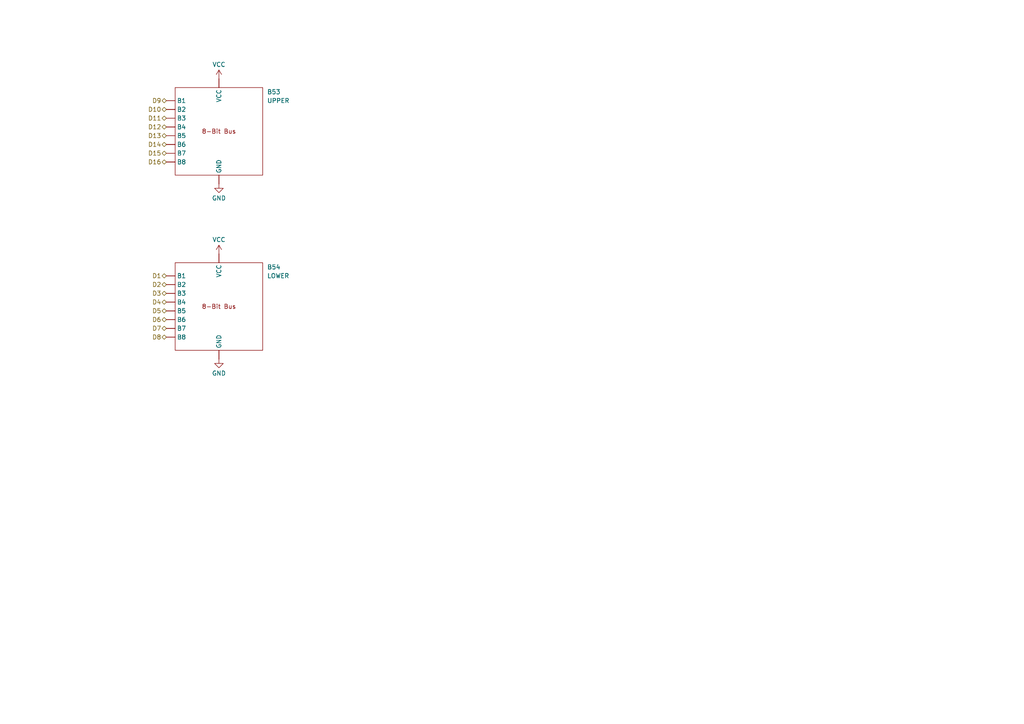
<source format=kicad_sch>
(kicad_sch (version 20230121) (generator eeschema)
  (paper "A4")
  (lib_symbols
    (symbol "MiniDragon:8-bit Bus"
      (property "Reference" "B" (at -12.7 13.97 0))
      (symbol "8-bit Bus_0_1"
        (rectangle (start -12.7 12.7) (end 12.7 -12.7))
      )
      (symbol "8-bit Bus_1_1"
        (text "8-Bit Bus" (at 0 0 0) (effects (font (size 1.27 1.27))))
        (pin bidirectional line (at -15.24 8.89 0) (length 2.54) (name "B1") (number ""))
        (pin bidirectional line (at -15.24 6.35 0) (length 2.54) (name "B2") (number ""))
        (pin bidirectional line (at -15.24 3.81 0) (length 2.54) (name "B3") (number ""))
        (pin bidirectional line (at -15.24 1.27 0) (length 2.54) (name "B4") (number ""))
        (pin bidirectional line (at -15.24 -1.27 0) (length 2.54) (name "B5") (number ""))
        (pin bidirectional line (at -15.24 -3.81 0) (length 2.54) (name "B6") (number ""))
        (pin bidirectional line (at -15.24 -6.35 0) (length 2.54) (name "B7") (number ""))
        (pin bidirectional line (at -15.24 -8.89 0) (length 2.54) (name "B8") (number ""))
        (pin power_in line (at 0 -15.24 90) (length 2.54) (name "GND") (number ""))
        (pin power_in line (at 0 15.24 270) (length 2.54) (name "VCC") (number ""))
      )
    )
    (symbol "power:GND" (power) (pin_names (offset 0))
      (property "Value" "GND" (at 0 -3.81 0))
      (symbol "GND_0_1"
        (polyline (pts (xy 0 0) (xy 0 -1.27) (xy 1.27 -1.27) (xy 0 -2.54) (xy -1.27 -1.27) (xy 0 -1.27)))
      )
      (symbol "GND_1_1"
        (pin power_in line (at 0 0 270) (length 0) hide (name "GND") (number "1"))
      )
    )
    (symbol "power:VCC" (power) (pin_names (offset 0))
      (property "Value" "VCC" (at 0 3.81 0))
      (symbol "VCC_0_1"
        (polyline (pts (xy -0.762 1.27) (xy 0 2.54)))
        (polyline (pts (xy 0 0) (xy 0 2.54)))
        (polyline (pts (xy 0 2.54) (xy 0.762 1.27)))
      )
      (symbol "VCC_1_1"
        (pin power_in line (at 0 0 90) (length 0) hide (name "VCC") (number "1"))
      )
    )
  )
  (hierarchical_label "D3" (shape bidirectional) (at 48.26 85.09 180))
  (hierarchical_label "D1" (shape bidirectional) (at 48.26 80.01 180))
  (hierarchical_label "D9" (shape bidirectional) (at 48.26 29.21 180))
  (hierarchical_label "D12" (shape bidirectional) (at 48.26 36.83 180))
  (hierarchical_label "D7" (shape bidirectional) (at 48.26 95.25 180))
  (hierarchical_label "D10" (shape bidirectional) (at 48.26 31.75 180))
  (hierarchical_label "D6" (shape bidirectional) (at 48.26 92.71 180))
  (hierarchical_label "D15" (shape bidirectional) (at 48.26 44.45 180))
  (hierarchical_label "D14" (shape bidirectional) (at 48.26 41.91 180))
  (hierarchical_label "D5" (shape bidirectional) (at 48.26 90.17 180))
  (hierarchical_label "D16" (shape bidirectional) (at 48.26 46.99 180))
  (hierarchical_label "D13" (shape bidirectional) (at 48.26 39.37 180))
  (hierarchical_label "D4" (shape bidirectional) (at 48.26 87.63 180))
  (hierarchical_label "D2" (shape bidirectional) (at 48.26 82.55 180))
  (hierarchical_label "D8" (shape bidirectional) (at 48.26 97.79 180))
  (hierarchical_label "D11" (shape bidirectional) (at 48.26 34.29 180))
  (symbol (lib_id "power:GND") (at 63.5 104.14 0) (unit 1)
    (property "Reference" "#PWR0116" (effects hide))
    (property "Value" "GND" (at 63.5 108.2731 0))
  )
  (symbol (lib_id "power:GND") (at 63.5 53.34 0) (unit 1)
    (property "Reference" "#PWR0114" (effects hide))
    (property "Value" "GND" (at 63.5 57.4731 0))
  )
  (symbol (lib_id "MiniDragon:8-bit Bus") (at 63.5 88.9 0) (unit 1)
    (property "Reference" "B54" (at 77.47 77.47 0) (effects (justify left)))
    (property "Value" "LOWER" (at 77.47 80.01 0) (effects (justify left)))
  )
  (symbol (lib_id "power:VCC") (at 63.5 73.66 0) (unit 1)
    (property "Reference" "#PWR0115" (effects hide))
    (property "Value" "VCC" (at 63.5 69.5269 0))
  )
  (symbol (lib_id "power:VCC") (at 63.5 22.86 0) (unit 1)
    (property "Reference" "#PWR0113" (effects hide))
    (property "Value" "VCC" (at 63.5 18.7269 0))
  )
  (symbol (lib_id "MiniDragon:8-bit Bus") (at 63.5 38.1 0) (unit 1)
    (property "Reference" "B53" (at 77.47 26.67 0) (effects (justify left)))
    (property "Value" "UPPER" (at 77.47 29.21 0) (effects (justify left)))
  )
)
</source>
